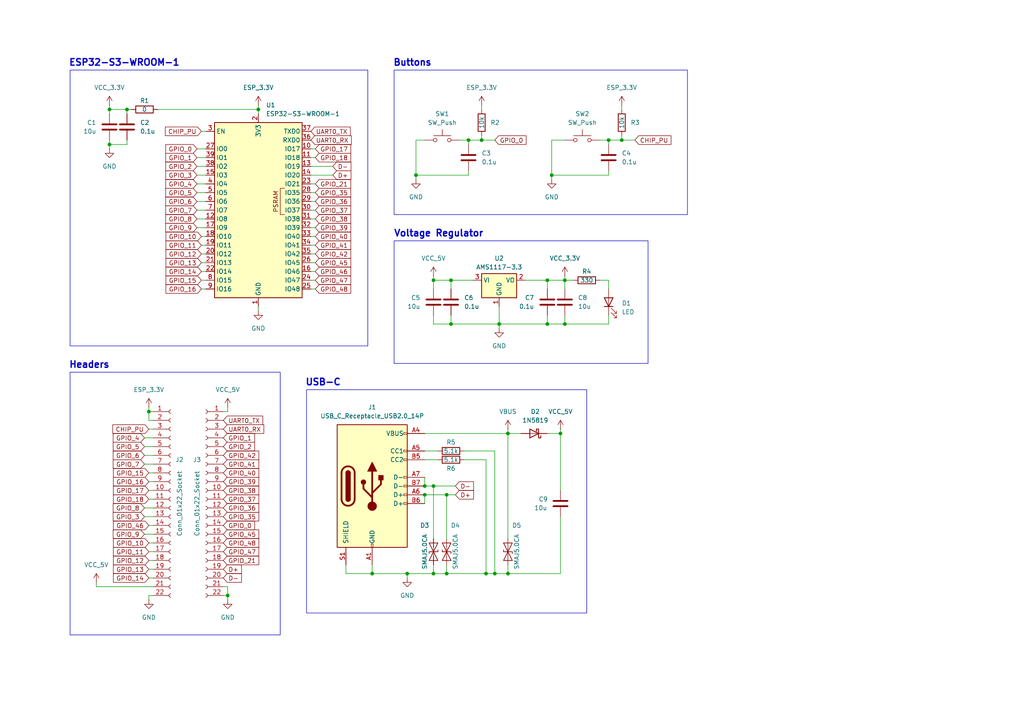
<source format=kicad_sch>
(kicad_sch (version 20231120) (generator "eeschema") (generator_version "8.0")
  (paper "A4")
  (lib_symbols
    (symbol "Connector:Conn_01x22_Socket" (pin_names (offset 1.016) hide)
      (property "Reference" "J" (at 0 27.94 0))
      (property "Value" "Conn_01x22_Socket" (at 0 -30.48 0))
      (symbol "Conn_01x22_Socket_1_1"
        (arc (start 0 -27.432) (mid -0.5058 -27.94) (end 0 -28.448) (stroke (width 0.1524)))
        (arc (start 0 -24.892) (mid -0.5058 -25.4) (end 0 -25.908) (stroke (width 0.1524)))
        (arc (start 0 -22.352) (mid -0.5058 -22.86) (end 0 -23.368) (stroke (width 0.1524)))
        (arc (start 0 -19.812) (mid -0.5058 -20.32) (end 0 -20.828) (stroke (width 0.1524)))
        (arc (start 0 -17.272) (mid -0.5058 -17.78) (end 0 -18.288) (stroke (width 0.1524)))
        (arc (start 0 -14.732) (mid -0.5058 -15.24) (end 0 -15.748) (stroke (width 0.1524)))
        (arc (start 0 -12.192) (mid -0.5058 -12.7) (end 0 -13.208) (stroke (width 0.1524)))
        (arc (start 0 -9.652) (mid -0.5058 -10.16) (end 0 -10.668) (stroke (width 0.1524)))
        (arc (start 0 -7.112) (mid -0.5058 -7.62) (end 0 -8.128) (stroke (width 0.1524)))
        (arc (start 0 -4.572) (mid -0.5058 -5.08) (end 0 -5.588) (stroke (width 0.1524)))
        (arc (start 0 -2.032) (mid -0.5058 -2.54) (end 0 -3.048) (stroke (width 0.1524)))
        (polyline (pts (xy -1.27 -27.94) (xy -0.508 -27.94)) (stroke (width 0.1524)))
        (polyline (pts (xy -1.27 -25.4) (xy -0.508 -25.4)) (stroke (width 0.1524)))
        (polyline (pts (xy -1.27 -22.86) (xy -0.508 -22.86)) (stroke (width 0.1524)))
        (polyline (pts (xy -1.27 -20.32) (xy -0.508 -20.32)) (stroke (width 0.1524)))
        (polyline (pts (xy -1.27 -17.78) (xy -0.508 -17.78)) (stroke (width 0.1524)))
        (polyline (pts (xy -1.27 -15.24) (xy -0.508 -15.24)) (stroke (width 0.1524)))
        (polyline (pts (xy -1.27 -12.7) (xy -0.508 -12.7)) (stroke (width 0.1524)))
        (polyline (pts (xy -1.27 -10.16) (xy -0.508 -10.16)) (stroke (width 0.1524)))
        (polyline (pts (xy -1.27 -7.62) (xy -0.508 -7.62)) (stroke (width 0.1524)))
        (polyline (pts (xy -1.27 -5.08) (xy -0.508 -5.08)) (stroke (width 0.1524)))
        (polyline (pts (xy -1.27 -2.54) (xy -0.508 -2.54)) (stroke (width 0.1524)))
        (polyline (pts (xy -1.27 0) (xy -0.508 0)) (stroke (width 0.1524)))
        (polyline (pts (xy -1.27 2.54) (xy -0.508 2.54)) (stroke (width 0.1524)))
        (polyline (pts (xy -1.27 5.08) (xy -0.508 5.08)) (stroke (width 0.1524)))
        (polyline (pts (xy -1.27 7.62) (xy -0.508 7.62)) (stroke (width 0.1524)))
        (polyline (pts (xy -1.27 10.16) (xy -0.508 10.16)) (stroke (width 0.1524)))
        (polyline (pts (xy -1.27 12.7) (xy -0.508 12.7)) (stroke (width 0.1524)))
        (polyline (pts (xy -1.27 15.24) (xy -0.508 15.24)) (stroke (width 0.1524)))
        (polyline (pts (xy -1.27 17.78) (xy -0.508 17.78)) (stroke (width 0.1524)))
        (polyline (pts (xy -1.27 20.32) (xy -0.508 20.32)) (stroke (width 0.1524)))
        (polyline (pts (xy -1.27 22.86) (xy -0.508 22.86)) (stroke (width 0.1524)))
        (polyline (pts (xy -1.27 25.4) (xy -0.508 25.4)) (stroke (width 0.1524)))
        (arc (start 0 0.508) (mid -0.5058 0) (end 0 -0.508) (stroke (width 0.1524)))
        (arc (start 0 3.048) (mid -0.5058 2.54) (end 0 2.032) (stroke (width 0.1524)))
        (arc (start 0 5.588) (mid -0.5058 5.08) (end 0 4.572) (stroke (width 0.1524)))
        (arc (start 0 8.128) (mid -0.5058 7.62) (end 0 7.112) (stroke (width 0.1524)))
        (arc (start 0 10.668) (mid -0.5058 10.16) (end 0 9.652) (stroke (width 0.1524)))
        (arc (start 0 13.208) (mid -0.5058 12.7) (end 0 12.192) (stroke (width 0.1524)))
        (arc (start 0 15.748) (mid -0.5058 15.24) (end 0 14.732) (stroke (width 0.1524)))
        (arc (start 0 18.288) (mid -0.5058 17.78) (end 0 17.272) (stroke (width 0.1524)))
        (arc (start 0 20.828) (mid -0.5058 20.32) (end 0 19.812) (stroke (width 0.1524)))
        (arc (start 0 23.368) (mid -0.5058 22.86) (end 0 22.352) (stroke (width 0.1524)))
        (arc (start 0 25.908) (mid -0.5058 25.4) (end 0 24.892) (stroke (width 0.1524)))
        (pin passive line (at -5.08 25.4 0) (length 3.81) (name "Pin_1") (number "1"))
        (pin passive line (at -5.08 2.54 0) (length 3.81) (name "Pin_10") (number "10"))
        (pin passive line (at -5.08 0 0) (length 3.81) (name "Pin_11") (number "11"))
        (pin passive line (at -5.08 -2.54 0) (length 3.81) (name "Pin_12") (number "12"))
        (pin passive line (at -5.08 -5.08 0) (length 3.81) (name "Pin_13") (number "13"))
        (pin passive line (at -5.08 -7.62 0) (length 3.81) (name "Pin_14") (number "14"))
        (pin passive line (at -5.08 -10.16 0) (length 3.81) (name "Pin_15") (number "15"))
        (pin passive line (at -5.08 -12.7 0) (length 3.81) (name "Pin_16") (number "16"))
        (pin passive line (at -5.08 -15.24 0) (length 3.81) (name "Pin_17") (number "17"))
        (pin passive line (at -5.08 -17.78 0) (length 3.81) (name "Pin_18") (number "18"))
        (pin passive line (at -5.08 -20.32 0) (length 3.81) (name "Pin_19") (number "19"))
        (pin passive line (at -5.08 22.86 0) (length 3.81) (name "Pin_2") (number "2"))
        (pin passive line (at -5.08 -22.86 0) (length 3.81) (name "Pin_20") (number "20"))
        (pin passive line (at -5.08 -25.4 0) (length 3.81) (name "Pin_21") (number "21"))
        (pin passive line (at -5.08 -27.94 0) (length 3.81) (name "Pin_22") (number "22"))
        (pin passive line (at -5.08 20.32 0) (length 3.81) (name "Pin_3") (number "3"))
        (pin passive line (at -5.08 17.78 0) (length 3.81) (name "Pin_4") (number "4"))
        (pin passive line (at -5.08 15.24 0) (length 3.81) (name "Pin_5") (number "5"))
        (pin passive line (at -5.08 12.7 0) (length 3.81) (name "Pin_6") (number "6"))
        (pin passive line (at -5.08 10.16 0) (length 3.81) (name "Pin_7") (number "7"))
        (pin passive line (at -5.08 7.62 0) (length 3.81) (name "Pin_8") (number "8"))
        (pin passive line (at -5.08 5.08 0) (length 3.81) (name "Pin_9") (number "9"))
      )
    )
    (symbol "Connector:USB_C_Receptacle_USB2.0_14P" (pin_names (offset 1.016))
      (property "Reference" "J" (at 0 22.225 0))
      (property "Value" "USB_C_Receptacle_USB2.0_14P" (at 0 19.685 0))
      (symbol "USB_C_Receptacle_USB2.0_14P_0_0"
        (rectangle (start -0.254 -17.78) (end 0.254 -16.764))
        (rectangle (start 10.16 -4.826) (end 9.144 -5.334))
        (rectangle (start 10.16 -2.286) (end 9.144 -2.794))
        (rectangle (start 10.16 0.254) (end 9.144 -0.254))
        (rectangle (start 10.16 2.794) (end 9.144 2.286))
        (rectangle (start 10.16 7.874) (end 9.144 7.366))
        (rectangle (start 10.16 10.414) (end 9.144 9.906))
        (rectangle (start 10.16 15.494) (end 9.144 14.986))
      )
      (symbol "USB_C_Receptacle_USB2.0_14P_0_1"
        (rectangle (start -10.16 17.78) (end 10.16 -17.78) (stroke (width 0.254)) (fill (type background)))
        (arc (start -8.89 -3.81) (mid -6.985 -5.7067) (end -5.08 -3.81) (stroke (width 0.508)))
        (arc (start -7.62 -3.81) (mid -6.985 -4.4423) (end -6.35 -3.81) (stroke (width 0.254)))
        (arc (start -7.62 -3.81) (mid -6.985 -4.4423) (end -6.35 -3.81) (stroke (width 0.254)) (fill (type outline)))
        (rectangle (start -7.62 -3.81) (end -6.35 3.81) (stroke (width 0.254)) (fill (type outline)))
        (arc (start -6.35 3.81) (mid -6.985 4.4423) (end -7.62 3.81) (stroke (width 0.254)))
        (arc (start -6.35 3.81) (mid -6.985 4.4423) (end -7.62 3.81) (stroke (width 0.254)) (fill (type outline)))
        (arc (start -5.08 3.81) (mid -6.985 5.7067) (end -8.89 3.81) (stroke (width 0.508)))
        (circle (center -2.54 1.143) (radius 0.635) (stroke (width 0.254)) (fill (type outline)))
        (circle (center 0 -5.842) (radius 1.27) (fill (type outline)))
        (polyline (pts (xy -8.89 -3.81) (xy -8.89 3.81)) (stroke (width 0.508)))
        (polyline (pts (xy -5.08 3.81) (xy -5.08 -3.81)) (stroke (width 0.508)))
        (polyline (pts (xy 0 -5.842) (xy 0 4.318)) (stroke (width 0.508)))
        (polyline (pts (xy 0 -3.302) (xy -2.54 -0.762) (xy -2.54 0.508)) (stroke (width 0.508)))
        (polyline (pts (xy 0 -2.032) (xy 2.54 0.508) (xy 2.54 1.778)) (stroke (width 0.508)))
        (polyline (pts (xy -1.27 4.318) (xy 0 6.858) (xy 1.27 4.318) (xy -1.27 4.318)) (stroke (width 0.254)) (fill (type outline)))
        (rectangle (start 1.905 1.778) (end 3.175 3.048) (stroke (width 0.254)) (fill (type outline)))
      )
      (symbol "USB_C_Receptacle_USB2.0_14P_1_1"
        (pin passive line (at 0 -22.86 90) (length 5.08) (name "GND") (number "A1"))
        (pin passive line (at 0 -22.86 90) (length 5.08) hide (name "GND") (number "A12"))
        (pin passive line (at 15.24 15.24 180) (length 5.08) (name "VBUS") (number "A4"))
        (pin bidirectional line (at 15.24 10.16 180) (length 5.08) (name "CC1") (number "A5"))
        (pin bidirectional line (at 15.24 -2.54 180) (length 5.08) (name "D+") (number "A6"))
        (pin bidirectional line (at 15.24 2.54 180) (length 5.08) (name "D-") (number "A7"))
        (pin passive line (at 15.24 15.24 180) (length 5.08) hide (name "VBUS") (number "A9"))
        (pin passive line (at 0 -22.86 90) (length 5.08) hide (name "GND") (number "B1"))
        (pin passive line (at 0 -22.86 90) (length 5.08) hide (name "GND") (number "B12"))
        (pin passive line (at 15.24 15.24 180) (length 5.08) hide (name "VBUS") (number "B4"))
        (pin bidirectional line (at 15.24 7.62 180) (length 5.08) (name "CC2") (number "B5"))
        (pin bidirectional line (at 15.24 -5.08 180) (length 5.08) (name "D+") (number "B6"))
        (pin bidirectional line (at 15.24 0 180) (length 5.08) (name "D-") (number "B7"))
        (pin passive line (at 15.24 15.24 180) (length 5.08) hide (name "VBUS") (number "B9"))
        (pin passive line (at -7.62 -22.86 90) (length 5.08) (name "SHIELD") (number "S1"))
      )
    )
    (symbol "Device:C" (pin_numbers hide) (pin_names (offset 0.254))
      (property "Reference" "C" (at 0.635 2.54 0))
      (property "Value" "C" (at 0.635 -2.54 0))
      (symbol "C_0_1"
        (polyline (pts (xy -2.032 -0.762) (xy 2.032 -0.762)) (stroke (width 0.508)))
        (polyline (pts (xy -2.032 0.762) (xy 2.032 0.762)) (stroke (width 0.508)))
      )
      (symbol "C_1_1"
        (pin passive line (at 0 3.81 270) (length 2.794) (name "~") (number "1"))
        (pin passive line (at 0 -3.81 90) (length 2.794) (name "~") (number "2"))
      )
    )
    (symbol "Device:LED" (pin_numbers hide) (pin_names (offset 1.016) hide)
      (property "Reference" "D" (at 0 2.54 0))
      (property "Value" "LED" (at 0 -2.54 0))
      (symbol "LED_0_1"
        (polyline (pts (xy -1.27 -1.27) (xy -1.27 1.27)) (stroke (width 0.254)))
        (polyline (pts (xy -1.27 0) (xy 1.27 0)))
        (polyline (pts (xy 1.27 -1.27) (xy 1.27 1.27) (xy -1.27 0) (xy 1.27 -1.27)) (stroke (width 0.254)))
        (polyline (pts (xy -3.048 -0.762) (xy -4.572 -2.286) (xy -3.81 -2.286) (xy -4.572 -2.286) (xy -4.572 -1.524)))
        (polyline (pts (xy -1.778 -0.762) (xy -3.302 -2.286) (xy -2.54 -2.286) (xy -3.302 -2.286) (xy -3.302 -1.524)))
      )
      (symbol "LED_1_1"
        (pin passive line (at -3.81 0 0) (length 2.54) (name "K") (number "1"))
        (pin passive line (at 3.81 0 180) (length 2.54) (name "A") (number "2"))
      )
    )
    (symbol "Device:R" (pin_numbers hide) (pin_names (offset 0))
      (property "Reference" "R" (at 2.032 0 90))
      (property "Value" "R" (at 0 0 90))
      (symbol "R_0_1"
        (rectangle (start -1.016 -2.54) (end 1.016 2.54) (stroke (width 0.254)))
      )
      (symbol "R_1_1"
        (pin passive line (at 0 3.81 270) (length 1.27) (name "~") (number "1"))
        (pin passive line (at 0 -3.81 90) (length 1.27) (name "~") (number "2"))
      )
    )
    (symbol "Diode:1N5819" (pin_numbers hide) (pin_names (offset 1.016) hide)
      (property "Reference" "D" (at 0 2.54 0))
      (property "Value" "1N5819" (at 0 -2.54 0))
      (symbol "1N5819_0_1"
        (polyline (pts (xy 1.27 0) (xy -1.27 0)))
        (polyline (pts (xy 1.27 1.27) (xy 1.27 -1.27) (xy -1.27 0) (xy 1.27 1.27)) (stroke (width 0.254)))
        (polyline (pts (xy -1.905 0.635) (xy -1.905 1.27) (xy -1.27 1.27) (xy -1.27 -1.27) (xy -0.635 -1.27) (xy -0.635 -0.635)) (stroke (width 0.254)))
      )
      (symbol "1N5819_1_1"
        (pin passive line (at -3.81 0 0) (length 2.54) (name "K") (number "1"))
        (pin passive line (at 3.81 0 180) (length 2.54) (name "A") (number "2"))
      )
    )
    (symbol "Diode:SMAJ5.0CA" (pin_numbers hide) (pin_names (offset 1.016) hide)
      (property "Reference" "D" (at 0 2.54 0))
      (property "Value" "SMAJ5.0CA" (at 0 -2.54 0))
      (symbol "SMAJ5.0CA_0_1"
        (polyline (pts (xy 1.27 0) (xy -1.27 0)))
        (polyline (pts (xy -2.54 -1.27) (xy 0 0) (xy -2.54 1.27) (xy -2.54 -1.27)) (stroke (width 0.2032)))
        (polyline (pts (xy 0.508 1.27) (xy 0 1.27) (xy 0 -1.27) (xy -0.508 -1.27)) (stroke (width 0.2032)))
        (polyline (pts (xy 2.54 1.27) (xy 2.54 -1.27) (xy 0 0) (xy 2.54 1.27)) (stroke (width 0.2032)))
      )
      (symbol "SMAJ5.0CA_1_1"
        (pin passive line (at -3.81 0 0) (length 2.54) (name "A1") (number "1"))
        (pin passive line (at 3.81 0 180) (length 2.54) (name "A2") (number "2"))
      )
    )
    (symbol "RF_Module:ESP32-S3-WROOM-1"
      (property "Reference" "U" (at -12.7 26.67 0))
      (property "Value" "ESP32-S3-WROOM-1" (at 12.7 26.67 0))
      (symbol "ESP32-S3-WROOM-1_0_0"
        (rectangle (start -12.7 25.4) (end 12.7 -25.4) (stroke (width 0.254)) (fill (type background)))
        (text "PSRAM" (at 5.08 2.54 900) (effects (font (size 1.27 1.27))))
      )
      (symbol "ESP32-S3-WROOM-1_0_1"
        (polyline (pts (xy 7.62 -1.27) (xy 6.35 -1.27) (xy 6.35 6.35) (xy 7.62 6.35)))
      )
      (symbol "ESP32-S3-WROOM-1_1_1"
        (pin power_in line (at 0 -27.94 90) (length 2.54) (name "GND") (number "1"))
        (pin bidirectional line (at 15.24 17.78 180) (length 2.54) (name "IO17") (number "10"))
        (pin bidirectional line (at 15.24 15.24 180) (length 2.54) (name "IO18") (number "11"))
        (pin bidirectional line (at -15.24 -2.54 0) (length 2.54) (name "IO8") (number "12"))
        (pin bidirectional line (at 15.24 12.7 180) (length 2.54) (name "IO19") (number "13"))
        (pin bidirectional line (at 15.24 10.16 180) (length 2.54) (name "IO20") (number "14"))
        (pin bidirectional line (at -15.24 10.16 0) (length 2.54) (name "IO3") (number "15"))
        (pin bidirectional line (at 15.24 -17.78 180) (length 2.54) (name "IO46") (number "16"))
        (pin bidirectional line (at -15.24 -5.08 0) (length 2.54) (name "IO9") (number "17"))
        (pin bidirectional line (at -15.24 -7.62 0) (length 2.54) (name "IO10") (number "18"))
        (pin bidirectional line (at -15.24 -10.16 0) (length 2.54) (name "IO11") (number "19"))
        (pin power_in line (at 0 27.94 270) (length 2.54) (name "3V3") (number "2"))
        (pin bidirectional line (at -15.24 -12.7 0) (length 2.54) (name "IO12") (number "20"))
        (pin bidirectional line (at -15.24 -15.24 0) (length 2.54) (name "IO13") (number "21"))
        (pin bidirectional line (at -15.24 -17.78 0) (length 2.54) (name "IO14") (number "22"))
        (pin bidirectional line (at 15.24 7.62 180) (length 2.54) (name "IO21") (number "23"))
        (pin bidirectional line (at 15.24 -20.32 180) (length 2.54) (name "IO47") (number "24"))
        (pin bidirectional line (at 15.24 -22.86 180) (length 2.54) (name "IO48") (number "25"))
        (pin bidirectional line (at 15.24 -15.24 180) (length 2.54) (name "IO45") (number "26"))
        (pin bidirectional line (at -15.24 17.78 0) (length 2.54) (name "IO0") (number "27"))
        (pin bidirectional line (at 15.24 5.08 180) (length 2.54) (name "IO35") (number "28"))
        (pin bidirectional line (at 15.24 2.54 180) (length 2.54) (name "IO36") (number "29"))
        (pin input line (at -15.24 22.86 0) (length 2.54) (name "EN") (number "3"))
        (pin bidirectional line (at 15.24 0 180) (length 2.54) (name "IO37") (number "30"))
        (pin bidirectional line (at 15.24 -2.54 180) (length 2.54) (name "IO38") (number "31"))
        (pin bidirectional line (at 15.24 -5.08 180) (length 2.54) (name "IO39") (number "32"))
        (pin bidirectional line (at 15.24 -7.62 180) (length 2.54) (name "IO40") (number "33"))
        (pin bidirectional line (at 15.24 -10.16 180) (length 2.54) (name "IO41") (number "34"))
        (pin bidirectional line (at 15.24 -12.7 180) (length 2.54) (name "IO42") (number "35"))
        (pin bidirectional line (at 15.24 20.32 180) (length 2.54) (name "RXD0") (number "36"))
        (pin bidirectional line (at 15.24 22.86 180) (length 2.54) (name "TXD0") (number "37"))
        (pin bidirectional line (at -15.24 12.7 0) (length 2.54) (name "IO2") (number "38"))
        (pin bidirectional line (at -15.24 15.24 0) (length 2.54) (name "IO1") (number "39"))
        (pin bidirectional line (at -15.24 7.62 0) (length 2.54) (name "IO4") (number "4"))
        (pin passive line (at 0 -27.94 90) (length 2.54) hide (name "GND") (number "40"))
        (pin passive line (at 0 -27.94 90) (length 2.54) hide (name "GND") (number "41"))
        (pin bidirectional line (at -15.24 5.08 0) (length 2.54) (name "IO5") (number "5"))
        (pin bidirectional line (at -15.24 2.54 0) (length 2.54) (name "IO6") (number "6"))
        (pin bidirectional line (at -15.24 0 0) (length 2.54) (name "IO7") (number "7"))
        (pin bidirectional line (at -15.24 -20.32 0) (length 2.54) (name "IO15") (number "8"))
        (pin bidirectional line (at -15.24 -22.86 0) (length 2.54) (name "IO16") (number "9"))
      )
    )
    (symbol "Regulator_Linear:AMS1117-3.3"
      (property "Reference" "U" (at -3.81 3.175 0))
      (property "Value" "AMS1117-3.3" (at 0 3.175 0))
      (symbol "AMS1117-3.3_0_1"
        (rectangle (start -5.08 -5.08) (end 5.08 1.905) (stroke (width 0.254)) (fill (type background)))
      )
      (symbol "AMS1117-3.3_1_1"
        (pin power_in line (at 0 -7.62 90) (length 2.54) (name "GND") (number "1"))
        (pin power_out line (at 7.62 0 180) (length 2.54) (name "VO") (number "2"))
        (pin power_in line (at -7.62 0 0) (length 2.54) (name "VI") (number "3"))
      )
    )
    (symbol "Switch:SW_Push" (pin_numbers hide) (pin_names (offset 1.016) hide)
      (property "Reference" "SW" (at 1.27 2.54 0))
      (property "Value" "SW_Push" (at 0 -1.524 0))
      (symbol "SW_Push_0_1"
        (circle (center -2.032 0) (radius 0.508))
        (polyline (pts (xy 0 1.27) (xy 0 3.048)))
        (polyline (pts (xy 2.54 1.27) (xy -2.54 1.27)))
        (circle (center 2.032 0) (radius 0.508))
        (pin passive line (at -5.08 0 0) (length 2.54) (name "1") (number "1"))
        (pin passive line (at 5.08 0 180) (length 2.54) (name "2") (number "2"))
      )
    )
    (symbol "power:+3.3V" (power) (pin_numbers hide) (pin_names (offset 0) hide)
      (property "Value" "+3.3V" (at 0 3.556 0))
      (symbol "+3.3V_0_1"
        (polyline (pts (xy -0.762 1.27) (xy 0 2.54)))
        (polyline (pts (xy 0 0) (xy 0 2.54)))
        (polyline (pts (xy 0 2.54) (xy 0.762 1.27)))
      )
      (symbol "+3.3V_1_1"
        (pin power_in line (at 0 0 90) (length 0) (name "~") (number "1"))
      )
    )
    (symbol "power:+5V" (power) (pin_numbers hide) (pin_names (offset 0) hide)
      (property "Value" "+5V" (at 0 3.556 0))
      (symbol "+5V_0_1"
        (polyline (pts (xy -0.762 1.27) (xy 0 2.54)))
        (polyline (pts (xy 0 0) (xy 0 2.54)))
        (polyline (pts (xy 0 2.54) (xy 0.762 1.27)))
      )
      (symbol "+5V_1_1"
        (pin power_in line (at 0 0 90) (length 0) (name "~") (number "1"))
      )
    )
    (symbol "power:GND" (power) (pin_numbers hide) (pin_names (offset 0) hide)
      (property "Value" "GND" (at 0 -3.81 0))
      (symbol "GND_0_1"
        (polyline (pts (xy 0 0) (xy 0 -1.27) (xy 1.27 -1.27) (xy 0 -2.54) (xy -1.27 -1.27) (xy 0 -1.27)))
      )
      (symbol "GND_1_1"
        (pin power_in line (at 0 0 270) (length 0) (name "~") (number "1"))
      )
    )
    (symbol "power:VBUS" (power) (pin_numbers hide) (pin_names (offset 0) hide)
      (property "Value" "VBUS" (at 0 3.556 0))
      (symbol "VBUS_0_1"
        (polyline (pts (xy -0.762 1.27) (xy 0 2.54)))
        (polyline (pts (xy 0 0) (xy 0 2.54)))
        (polyline (pts (xy 0 2.54) (xy 0.762 1.27)))
      )
      (symbol "VBUS_1_1"
        (pin power_in line (at 0 0 90) (length 0) (name "~") (number "1"))
      )
    )
  )
  (junction (at 144.78 93.98))
  (junction (at 147.32 125.73))
  (junction (at 162.56 125.73))
  (junction (at 158.75 81.28))
  (junction (at 31.75 31.75))
  (junction (at 66.04 172.72))
  (junction (at 125.73 140.97))
  (junction (at 31.75 41.91))
  (junction (at 129.54 166.37))
  (junction (at 140.97 166.37))
  (junction (at 125.73 81.28))
  (junction (at 147.32 166.37))
  (junction (at 118.11 166.37))
  (junction (at 129.54 143.51))
  (junction (at 180.34 40.64))
  (junction (at 143.51 166.37))
  (junction (at 43.18 119.38))
  (junction (at 135.89 40.64))
  (junction (at 123.19 140.97))
  (junction (at 158.75 93.98))
  (junction (at 74.93 31.75))
  (junction (at 130.81 93.98))
  (junction (at 160.02 50.8))
  (junction (at 176.53 40.64))
  (junction (at 163.83 81.28))
  (junction (at 120.65 50.8))
  (junction (at 130.81 81.28))
  (junction (at 36.83 31.75))
  (junction (at 139.7 40.64))
  (junction (at 107.95 166.37))
  (junction (at 123.19 143.51))
  (junction (at 125.73 166.37))
  (junction (at 163.83 93.98))
  (wire (pts (xy 91.44 78.74) (xy 90.17 78.74)))
  (wire (pts (xy 125.73 91.44) (xy 125.73 93.98)))
  (wire (pts (xy 38.1 31.75) (xy 36.83 31.75)))
  (wire (pts (xy 57.15 43.18) (xy 59.69 43.18)))
  (wire (pts (xy 173.99 40.64) (xy 176.53 40.64)))
  (wire (pts (xy 135.89 40.64) (xy 139.7 40.64)))
  (wire (pts (xy 57.15 58.42) (xy 59.69 58.42)))
  (wire (pts (xy 45.72 31.75) (xy 74.93 31.75)))
  (wire (pts (xy 120.65 50.8) (xy 120.65 52.07)))
  (wire (pts (xy 140.97 166.37) (xy 143.51 166.37)))
  (wire (pts (xy 139.7 39.37) (xy 139.7 40.64)))
  (wire (pts (xy 43.18 124.46) (xy 44.45 124.46)))
  (wire (pts (xy 140.97 133.35) (xy 140.97 166.37)))
  (wire (pts (xy 43.18 121.92) (xy 43.18 119.38)))
  (wire (pts (xy 44.45 172.72) (xy 43.18 172.72)))
  (wire (pts (xy 64.77 119.38) (xy 66.04 119.38)))
  (wire (pts (xy 57.15 60.96) (xy 59.69 60.96)))
  (wire (pts (xy 43.18 142.24) (xy 44.45 142.24)))
  (wire (pts (xy 162.56 124.46) (xy 162.56 125.73)))
  (wire (pts (xy 120.65 50.8) (xy 135.89 50.8)))
  (wire (pts (xy 176.53 40.64) (xy 176.53 41.91)))
  (wire (pts (xy 57.15 63.5) (xy 59.69 63.5)))
  (wire (pts (xy 43.18 139.7) (xy 44.45 139.7)))
  (wire (pts (xy 163.83 81.28) (xy 158.75 81.28)))
  (wire (pts (xy 64.77 172.72) (xy 66.04 172.72)))
  (wire (pts (xy 130.81 81.28) (xy 137.16 81.28)))
  (wire (pts (xy 130.81 93.98) (xy 144.78 93.98)))
  (wire (pts (xy 31.75 30.48) (xy 31.75 31.75)))
  (wire (pts (xy 129.54 143.51) (xy 129.54 156.21)))
  (wire (pts (xy 58.42 76.2) (xy 59.69 76.2)))
  (wire (pts (xy 123.19 125.73) (xy 147.32 125.73)))
  (wire (pts (xy 147.32 125.73) (xy 147.32 156.21)))
  (wire (pts (xy 125.73 83.82) (xy 125.73 81.28)))
  (wire (pts (xy 91.44 55.88) (xy 90.17 55.88)))
  (wire (pts (xy 91.44 71.12) (xy 90.17 71.12)))
  (wire (pts (xy 144.78 88.9) (xy 144.78 93.98)))
  (wire (pts (xy 123.19 146.05) (xy 123.19 143.51)))
  (wire (pts (xy 144.78 93.98) (xy 144.78 95.25)))
  (wire (pts (xy 176.53 81.28) (xy 173.99 81.28)))
  (wire (pts (xy 133.35 40.64) (xy 135.89 40.64)))
  (wire (pts (xy 123.19 140.97) (xy 125.73 140.97)))
  (wire (pts (xy 43.18 157.48) (xy 44.45 157.48)))
  (wire (pts (xy 41.91 149.86) (xy 44.45 149.86)))
  (wire (pts (xy 90.17 48.26) (xy 96.52 48.26)))
  (wire (pts (xy 125.73 140.97) (xy 132.08 140.97)))
  (wire (pts (xy 43.18 137.16) (xy 44.45 137.16)))
  (wire (pts (xy 91.44 73.66) (xy 90.17 73.66)))
  (wire (pts (xy 125.73 81.28) (xy 130.81 81.28)))
  (wire (pts (xy 57.15 53.34) (xy 59.69 53.34)))
  (wire (pts (xy 57.15 66.04) (xy 59.69 66.04)))
  (wire (pts (xy 176.53 50.8) (xy 160.02 50.8)))
  (wire (pts (xy 58.42 68.58) (xy 59.69 68.58)))
  (wire (pts (xy 43.18 119.38) (xy 43.18 118.11)))
  (wire (pts (xy 176.53 40.64) (xy 180.34 40.64)))
  (wire (pts (xy 123.19 138.43) (xy 123.19 140.97)))
  (wire (pts (xy 58.42 73.66) (xy 59.69 73.66)))
  (wire (pts (xy 66.04 172.72) (xy 66.04 173.99)))
  (wire (pts (xy 123.19 40.64) (xy 120.65 40.64)))
  (wire (pts (xy 41.91 154.94) (xy 44.45 154.94)))
  (wire (pts (xy 143.51 166.37) (xy 147.32 166.37)))
  (wire (pts (xy 41.91 134.62) (xy 44.45 134.62)))
  (wire (pts (xy 57.15 55.88) (xy 59.69 55.88)))
  (wire (pts (xy 129.54 166.37) (xy 129.54 163.83)))
  (wire (pts (xy 123.19 143.51) (xy 129.54 143.51)))
  (wire (pts (xy 147.32 125.73) (xy 151.13 125.73)))
  (wire (pts (xy 123.19 130.81) (xy 127 130.81)))
  (wire (pts (xy 100.33 163.83) (xy 100.33 166.37)))
  (wire (pts (xy 180.34 40.64) (xy 184.15 40.64)))
  (wire (pts (xy 125.73 166.37) (xy 129.54 166.37)))
  (wire (pts (xy 64.77 170.18) (xy 66.04 170.18)))
  (wire (pts (xy 31.75 33.02) (xy 31.75 31.75)))
  (wire (pts (xy 27.94 168.91) (xy 27.94 170.18)))
  (wire (pts (xy 31.75 31.75) (xy 36.83 31.75)))
  (wire (pts (xy 180.34 30.48) (xy 180.34 31.75)))
  (wire (pts (xy 43.18 119.38) (xy 44.45 119.38)))
  (wire (pts (xy 91.44 45.72) (xy 90.17 45.72)))
  (wire (pts (xy 91.44 43.18) (xy 90.17 43.18)))
  (wire (pts (xy 158.75 91.44) (xy 158.75 93.98)))
  (wire (pts (xy 43.18 172.72) (xy 43.18 173.99)))
  (wire (pts (xy 58.42 83.82) (xy 59.69 83.82)))
  (wire (pts (xy 43.18 144.78) (xy 44.45 144.78)))
  (wire (pts (xy 118.11 166.37) (xy 118.11 167.64)))
  (wire (pts (xy 91.44 68.58) (xy 90.17 68.58)))
  (wire (pts (xy 125.73 163.83) (xy 125.73 166.37)))
  (wire (pts (xy 152.4 81.28) (xy 158.75 81.28)))
  (wire (pts (xy 41.91 147.32) (xy 44.45 147.32)))
  (wire (pts (xy 123.19 133.35) (xy 127 133.35)))
  (wire (pts (xy 74.93 90.17) (xy 74.93 88.9)))
  (wire (pts (xy 91.44 83.82) (xy 90.17 83.82)))
  (wire (pts (xy 91.44 58.42) (xy 90.17 58.42)))
  (wire (pts (xy 158.75 93.98) (xy 144.78 93.98)))
  (wire (pts (xy 129.54 166.37) (xy 140.97 166.37)))
  (wire (pts (xy 139.7 40.64) (xy 143.51 40.64)))
  (wire (pts (xy 147.32 166.37) (xy 162.56 166.37)))
  (wire (pts (xy 107.95 166.37) (xy 107.95 163.83)))
  (wire (pts (xy 91.44 76.2) (xy 90.17 76.2)))
  (wire (pts (xy 57.15 45.72) (xy 59.69 45.72)))
  (wire (pts (xy 41.91 129.54) (xy 44.45 129.54)))
  (wire (pts (xy 90.17 50.8) (xy 96.52 50.8)))
  (wire (pts (xy 176.53 93.98) (xy 163.83 93.98)))
  (wire (pts (xy 163.83 81.28) (xy 163.83 83.82)))
  (wire (pts (xy 100.33 166.37) (xy 107.95 166.37)))
  (wire (pts (xy 58.42 81.28) (xy 59.69 81.28)))
  (wire (pts (xy 130.81 91.44) (xy 130.81 93.98)))
  (wire (pts (xy 58.42 38.1) (xy 59.69 38.1)))
  (wire (pts (xy 74.93 31.75) (xy 74.93 33.02)))
  (wire (pts (xy 57.15 50.8) (xy 59.69 50.8)))
  (wire (pts (xy 118.11 166.37) (xy 125.73 166.37)))
  (wire (pts (xy 27.94 170.18) (xy 44.45 170.18)))
  (wire (pts (xy 91.44 81.28) (xy 90.17 81.28)))
  (wire (pts (xy 163.83 81.28) (xy 166.37 81.28)))
  (wire (pts (xy 162.56 125.73) (xy 162.56 142.24)))
  (wire (pts (xy 158.75 125.73) (xy 162.56 125.73)))
  (wire (pts (xy 160.02 50.8) (xy 160.02 52.07)))
  (wire (pts (xy 176.53 91.44) (xy 176.53 93.98)))
  (wire (pts (xy 180.34 39.37) (xy 180.34 40.64)))
  (wire (pts (xy 57.15 48.26) (xy 59.69 48.26)))
  (wire (pts (xy 135.89 40.64) (xy 135.89 41.91)))
  (wire (pts (xy 91.44 53.34) (xy 90.17 53.34)))
  (wire (pts (xy 125.73 80.01) (xy 125.73 81.28)))
  (wire (pts (xy 66.04 119.38) (xy 66.04 118.11)))
  (wire (pts (xy 139.7 30.48) (xy 139.7 31.75)))
  (wire (pts (xy 135.89 49.53) (xy 135.89 50.8)))
  (wire (pts (xy 41.91 127) (xy 44.45 127)))
  (wire (pts (xy 44.45 121.92) (xy 43.18 121.92)))
  (wire (pts (xy 147.32 124.46) (xy 147.32 125.73)))
  (wire (pts (xy 163.83 40.64) (xy 160.02 40.64)))
  (wire (pts (xy 176.53 83.82) (xy 176.53 81.28)))
  (wire (pts (xy 74.93 30.48) (xy 74.93 31.75)))
  (wire (pts (xy 147.32 163.83) (xy 147.32 166.37)))
  (wire (pts (xy 43.18 152.4) (xy 44.45 152.4)))
  (wire (pts (xy 120.65 40.64) (xy 120.65 50.8)))
  (wire (pts (xy 31.75 41.91) (xy 31.75 40.64)))
  (wire (pts (xy 163.83 91.44) (xy 163.83 93.98)))
  (wire (pts (xy 43.18 165.1) (xy 44.45 165.1)))
  (wire (pts (xy 41.91 132.08) (xy 44.45 132.08)))
  (wire (pts (xy 31.75 41.91) (xy 31.75 43.18)))
  (wire (pts (xy 125.73 93.98) (xy 130.81 93.98)))
  (wire (pts (xy 58.42 78.74) (xy 59.69 78.74)))
  (wire (pts (xy 163.83 93.98) (xy 158.75 93.98)))
  (wire (pts (xy 130.81 81.28) (xy 130.81 83.82)))
  (wire (pts (xy 43.18 160.02) (xy 44.45 160.02)))
  (wire (pts (xy 36.83 41.91) (xy 31.75 41.91)))
  (wire (pts (xy 160.02 40.64) (xy 160.02 50.8)))
  (wire (pts (xy 36.83 31.75) (xy 36.83 33.02)))
  (wire (pts (xy 176.53 49.53) (xy 176.53 50.8)))
  (wire (pts (xy 91.44 63.5) (xy 90.17 63.5)))
  (wire (pts (xy 91.44 60.96) (xy 90.17 60.96)))
  (wire (pts (xy 143.51 130.81) (xy 134.62 130.81)))
  (wire (pts (xy 129.54 143.51) (xy 132.08 143.51)))
  (wire (pts (xy 162.56 149.86) (xy 162.56 166.37)))
  (wire (pts (xy 143.51 130.81) (xy 143.51 166.37)))
  (wire (pts (xy 91.44 66.04) (xy 90.17 66.04)))
  (wire (pts (xy 43.18 162.56) (xy 44.45 162.56)))
  (wire (pts (xy 134.62 133.35) (xy 140.97 133.35)))
  (wire (pts (xy 43.18 167.64) (xy 44.45 167.64)))
  (wire (pts (xy 36.83 40.64) (xy 36.83 41.91)))
  (wire (pts (xy 163.83 80.01) (xy 163.83 81.28)))
  (wire (pts (xy 107.95 166.37) (xy 118.11 166.37)))
  (wire (pts (xy 125.73 140.97) (xy 125.73 156.21)))
  (wire (pts (xy 58.42 71.12) (xy 59.69 71.12)))
  (wire (pts (xy 158.75 81.28) (xy 158.75 83.82)))
  (wire (pts (xy 66.04 170.18) (xy 66.04 172.72)))
  (rectangle (start 88.9 113.03) (end 170.18 177.8))
  (rectangle (start 20.32 20.32) (end 106.68 100.33))
  (rectangle (start 20.32 107.95) (end 81.28 184.15))
  (rectangle (start 114.3 20.32) (end 199.39 62.23))
  (rectangle (start 114.3 69.85) (end 187.96 105.41))
  (text "USB-C" (at 93.726 110.998 0) (effects (font (size 1.905 1.905) (thickness 0.381) (bold yes))))
  (text "Buttons" (at 119.634 18.288 0) (effects (font (size 1.905 1.905) (thickness 0.381) (bold yes))))
  (text "Headers" (at 25.908 105.918 0) (effects (font (size 1.905 1.905) (thickness 0.381) (bold yes))))
  (text "ESP32-S3-WROOM-1" (at 36.068 18.288 0) (effects (font (size 1.905 1.905) (thickness 0.381) (bold yes))))
  (text "Voltage Regulator" (at 127.254 67.818 0) (effects (font (size 1.905 1.905) (thickness 0.381) (bold yes))))
  (global_label "GPIO_11" (shape input) (at 58.42 71.12 180) (property "Intersheetrefs" "${INTERSHEET_REFS}" (effects (hide yes))))
  (global_label "GPIO_37" (shape input) (at 64.77 144.78 0) (property "Intersheetrefs" "${INTERSHEET_REFS}" (effects (hide yes))))
  (global_label "GPIO_37" (shape input) (at 91.44 60.96 0) (property "Intersheetrefs" "${INTERSHEET_REFS}" (effects (hide yes))))
  (global_label "D+" (shape input) (at 96.52 50.8 0) (property "Intersheetrefs" "${INTERSHEET_REFS}" (effects (hide yes))))
  (global_label "GPIO_48" (shape input) (at 91.44 83.82 0) (property "Intersheetrefs" "${INTERSHEET_REFS}" (effects (hide yes))))
  (global_label "GPIO_41" (shape input) (at 64.77 134.62 0) (property "Intersheetrefs" "${INTERSHEET_REFS}" (effects (hide yes))))
  (global_label "GPIO_17" (shape input) (at 91.44 43.18 0) (property "Intersheetrefs" "${INTERSHEET_REFS}" (effects (hide yes))))
  (global_label "GPIO_14" (shape input) (at 43.18 167.64 180) (property "Intersheetrefs" "${INTERSHEET_REFS}" (effects (hide yes))))
  (global_label "CHIP_PU" (shape input) (at 58.42 38.1 180) (property "Intersheetrefs" "${INTERSHEET_REFS}" (effects (hide yes))))
  (global_label "GPIO_42" (shape input) (at 64.77 132.08 0) (property "Intersheetrefs" "${INTERSHEET_REFS}" (effects (hide yes))))
  (global_label "GPIO_8" (shape input) (at 57.15 63.5 180) (property "Intersheetrefs" "${INTERSHEET_REFS}" (effects (hide yes))))
  (global_label "GPIO_2" (shape input) (at 64.77 129.54 0) (property "Intersheetrefs" "${INTERSHEET_REFS}" (effects (hide yes))))
  (global_label "GPIO_0" (shape input) (at 64.77 152.4 0) (property "Intersheetrefs" "${INTERSHEET_REFS}" (effects (hide yes))))
  (global_label "GPIO_6" (shape input) (at 41.91 132.08 180) (property "Intersheetrefs" "${INTERSHEET_REFS}" (effects (hide yes))))
  (global_label "D-" (shape input) (at 64.77 167.64 0) (property "Intersheetrefs" "${INTERSHEET_REFS}" (effects (hide yes))))
  (global_label "GPIO_16" (shape input) (at 58.42 83.82 180) (property "Intersheetrefs" "${INTERSHEET_REFS}" (effects (hide yes))))
  (global_label "GPIO_47" (shape input) (at 91.44 81.28 0) (property "Intersheetrefs" "${INTERSHEET_REFS}" (effects (hide yes))))
  (global_label "GPIO_11" (shape input) (at 43.18 160.02 180) (property "Intersheetrefs" "${INTERSHEET_REFS}" (effects (hide yes))))
  (global_label "GPIO_3" (shape input) (at 41.91 149.86 180) (property "Intersheetrefs" "${INTERSHEET_REFS}" (effects (hide yes))))
  (global_label "GPIO_36" (shape input) (at 91.44 58.42 0) (property "Intersheetrefs" "${INTERSHEET_REFS}" (effects (hide yes))))
  (global_label "GPIO_46" (shape input) (at 43.18 152.4 180) (property "Intersheetrefs" "${INTERSHEET_REFS}" (effects (hide yes))))
  (global_label "GPIO_7" (shape input) (at 41.91 134.62 180) (property "Intersheetrefs" "${INTERSHEET_REFS}" (effects (hide yes))))
  (global_label "CHIP_PU" (shape input) (at 184.15 40.64 0) (property "Intersheetrefs" "${INTERSHEET_REFS}" (effects (hide yes))))
  (global_label "UART0_TX" (shape input) (at 64.77 121.92 0) (property "Intersheetrefs" "${INTERSHEET_REFS}" (effects (hide yes))))
  (global_label "D-" (shape input) (at 132.08 140.97 0) (property "Intersheetrefs" "${INTERSHEET_REFS}" (effects (hide yes))))
  (global_label "GPIO_9" (shape input) (at 57.15 66.04 180) (property "Intersheetrefs" "${INTERSHEET_REFS}" (effects (hide yes))))
  (global_label "GPIO_12" (shape input) (at 58.42 73.66 180) (property "Intersheetrefs" "${INTERSHEET_REFS}" (effects (hide yes))))
  (global_label "GPIO_17" (shape input) (at 43.18 142.24 180) (property "Intersheetrefs" "${INTERSHEET_REFS}" (effects (hide yes))))
  (global_label "GPIO_18" (shape input) (at 91.44 45.72 0) (property "Intersheetrefs" "${INTERSHEET_REFS}" (effects (hide yes))))
  (global_label "GPIO_39" (shape input) (at 64.77 139.7 0) (property "Intersheetrefs" "${INTERSHEET_REFS}" (effects (hide yes))))
  (global_label "GPIO_16" (shape input) (at 43.18 139.7 180) (property "Intersheetrefs" "${INTERSHEET_REFS}" (effects (hide yes))))
  (global_label "GPIO_13" (shape input) (at 58.42 76.2 180) (property "Intersheetrefs" "${INTERSHEET_REFS}" (effects (hide yes))))
  (global_label "GPIO_35" (shape input) (at 91.44 55.88 0) (property "Intersheetrefs" "${INTERSHEET_REFS}" (effects (hide yes))))
  (global_label "GPIO_47" (shape input) (at 64.77 160.02 0) (property "Intersheetrefs" "${INTERSHEET_REFS}" (effects (hide yes))))
  (global_label "GPIO_46" (shape input) (at 91.44 78.74 0) (property "Intersheetrefs" "${INTERSHEET_REFS}" (effects (hide yes))))
  (global_label "GPIO_7" (shape input) (at 57.15 60.96 180) (property "Intersheetrefs" "${INTERSHEET_REFS}" (effects (hide yes))))
  (global_label "D+" (shape input) (at 64.77 165.1 0) (property "Intersheetrefs" "${INTERSHEET_REFS}" (effects (hide yes))))
  (global_label "GPIO_5" (shape input) (at 41.91 129.54 180) (property "Intersheetrefs" "${INTERSHEET_REFS}" (effects (hide yes))))
  (global_label "GPIO_35" (shape input) (at 64.77 149.86 0) (property "Intersheetrefs" "${INTERSHEET_REFS}" (effects (hide yes))))
  (global_label "GPIO_3" (shape input) (at 57.15 50.8 180) (property "Intersheetrefs" "${INTERSHEET_REFS}" (effects (hide yes))))
  (global_label "GPIO_10" (shape input) (at 58.42 68.58 180) (property "Intersheetrefs" "${INTERSHEET_REFS}" (effects (hide yes))))
  (global_label "GPIO_48" (shape input) (at 64.77 157.48 0) (property "Intersheetrefs" "${INTERSHEET_REFS}" (effects (hide yes))))
  (global_label "GPIO_5" (shape input) (at 57.15 55.88 180) (property "Intersheetrefs" "${INTERSHEET_REFS}" (effects (hide yes))))
  (global_label "GPIO_0" (shape input) (at 57.15 43.18 180) (property "Intersheetrefs" "${INTERSHEET_REFS}" (effects (hide yes))))
  (global_label "GPIO_21" (shape input) (at 64.77 162.56 0) (property "Intersheetrefs" "${INTERSHEET_REFS}" (effects (hide yes))))
  (global_label "GPIO_36" (shape input) (at 64.77 147.32 0) (property "Intersheetrefs" "${INTERSHEET_REFS}" (effects (hide yes))))
  (global_label "GPIO_21" (shape input) (at 91.44 53.34 0) (property "Intersheetrefs" "${INTERSHEET_REFS}" (effects (hide yes))))
  (global_label "UART0_TX" (shape input) (at 90.17 38.1 0) (property "Intersheetrefs" "${INTERSHEET_REFS}" (effects (hide yes))))
  (global_label "UART0_RX" (shape input) (at 90.17 40.64 0) (property "Intersheetrefs" "${INTERSHEET_REFS}" (effects (hide yes))))
  (global_label "GPIO_0" (shape input) (at 143.51 40.64 0) (property "Intersheetrefs" "${INTERSHEET_REFS}" (effects (hide yes))))
  (global_label "GPIO_38" (shape input) (at 91.44 63.5 0) (property "Intersheetrefs" "${INTERSHEET_REFS}" (effects (hide yes))))
  (global_label "GPIO_39" (shape input) (at 91.44 66.04 0) (property "Intersheetrefs" "${INTERSHEET_REFS}" (effects (hide yes))))
  (global_label "GPIO_15" (shape input) (at 58.42 81.28 180) (property "Intersheetrefs" "${INTERSHEET_REFS}" (effects (hide yes))))
  (global_label "GPIO_2" (shape input) (at 57.15 48.26 180) (property "Intersheetrefs" "${INTERSHEET_REFS}" (effects (hide yes))))
  (global_label "GPIO_9" (shape input) (at 41.91 154.94 180) (property "Intersheetrefs" "${INTERSHEET_REFS}" (effects (hide yes))))
  (global_label "CHIP_PU" (shape input) (at 43.18 124.46 180) (property "Intersheetrefs" "${INTERSHEET_REFS}" (effects (hide yes))))
  (global_label "GPIO_45" (shape input) (at 91.44 76.2 0) (property "Intersheetrefs" "${INTERSHEET_REFS}" (effects (hide yes))))
  (global_label "GPIO_1" (shape input) (at 64.77 127 0) (property "Intersheetrefs" "${INTERSHEET_REFS}" (effects (hide yes))))
  (global_label "GPIO_12" (shape input) (at 43.18 162.56 180) (property "Intersheetrefs" "${INTERSHEET_REFS}" (effects (hide yes))))
  (global_label "GPIO_6" (shape input) (at 57.15 58.42 180) (property "Intersheetrefs" "${INTERSHEET_REFS}" (effects (hide yes))))
  (global_label "GPIO_13" (shape input) (at 43.18 165.1 180) (property "Intersheetrefs" "${INTERSHEET_REFS}" (effects (hide yes))))
  (global_label "GPIO_4" (shape input) (at 41.91 127 180) (property "Intersheetrefs" "${INTERSHEET_REFS}" (effects (hide yes))))
  (global_label "UART0_RX" (shape input) (at 64.77 124.46 0) (property "Intersheetrefs" "${INTERSHEET_REFS}" (effects (hide yes))))
  (global_label "GPIO_18" (shape input) (at 43.18 144.78 180) (property "Intersheetrefs" "${INTERSHEET_REFS}" (effects (hide yes))))
  (global_label "GPIO_38" (shape input) (at 64.77 142.24 0) (property "Intersheetrefs" "${INTERSHEET_REFS}" (effects (hide yes))))
  (global_label "D+" (shape input) (at 132.08 143.51 0) (property "Intersheetrefs" "${INTERSHEET_REFS}" (effects (hide yes))))
  (global_label "GPIO_41" (shape input) (at 91.44 71.12 0) (property "Intersheetrefs" "${INTERSHEET_REFS}" (effects (hide yes))))
  (global_label "GPIO_42" (shape input) (at 91.44 73.66 0) (property "Intersheetrefs" "${INTERSHEET_REFS}" (effects (hide yes))))
  (global_label "D-" (shape input) (at 96.52 48.26 0) (property "Intersheetrefs" "${INTERSHEET_REFS}" (effects (hide yes))))
  (global_label "GPIO_40" (shape input) (at 91.44 68.58 0) (property "Intersheetrefs" "${INTERSHEET_REFS}" (effects (hide yes))))
  (global_label "GPIO_8" (shape input) (at 41.91 147.32 180) (property "Intersheetrefs" "${INTERSHEET_REFS}" (effects (hide yes))))
  (global_label "GPIO_1" (shape input) (at 57.15 45.72 180) (property "Intersheetrefs" "${INTERSHEET_REFS}" (effects (hide yes))))
  (global_label "GPIO_15" (shape input) (at 43.18 137.16 180) (property "Intersheetrefs" "${INTERSHEET_REFS}" (effects (hide yes))))
  (global_label "GPIO_4" (shape input) (at 57.15 53.34 180) (property "Intersheetrefs" "${INTERSHEET_REFS}" (effects (hide yes))))
  (global_label "GPIO_14" (shape input) (at 58.42 78.74 180) (property "Intersheetrefs" "${INTERSHEET_REFS}" (effects (hide yes))))
  (global_label "GPIO_10" (shape input) (at 43.18 157.48 180) (property "Intersheetrefs" "${INTERSHEET_REFS}" (effects (hide yes))))
  (global_label "GPIO_40" (shape input) (at 64.77 137.16 0) (property "Intersheetrefs" "${INTERSHEET_REFS}" (effects (hide yes))))
  (global_label "GPIO_45" (shape input) (at 64.77 154.94 0) (property "Intersheetrefs" "${INTERSHEET_REFS}" (effects (hide yes))))
  (symbol (lib_id "Device:C") (at 158.75 87.63 0) (mirror y) (unit 1)
    (property "Reference" "C7" (at 154.94 86.3599 0) (effects (justify left)))
    (property "Value" "0.1u" (at 154.94 88.8999 0) (effects (justify left)))
    (property "Footprint" "Capacitor_SMD:C_0603_1608Metric_Pad1.08x0.95mm_HandSolder" (effects (hide yes)))
    (property "Description" "Unpolarized capacitor" (effects (hide yes)))
  )
  (symbol (lib_id "Device:C") (at 31.75 36.83 0) (unit 1)
    (property "Reference" "C1" (at 27.94 35.5599 0) (effects (justify right)))
    (property "Value" "10u" (at 27.94 38.0999 0) (effects (justify right)))
    (property "Footprint" "Capacitor_SMD:C_0603_1608Metric_Pad1.08x0.95mm_HandSolder" (effects (hide yes)))
    (property "Description" "Unpolarized capacitor" (effects (hide yes)))
  )
  (symbol (lib_id "Regulator_Linear:AMS1117-3.3") (at 144.78 81.28 0) (unit 1)
    (property "Reference" "U2" (at 144.78 74.93 0))
    (property "Value" "AMS1117-3.3" (at 144.78 77.47 0))
    (property "Footprint" "Package_TO_SOT_SMD:SOT-223-3_TabPin2" (effects (hide yes)))
    (property "Datasheet" "http://www.advanced-monolithic.com/pdf/ds1117.pdf" (effects (hide yes)))
    (property "Description" "1A Low Dropout regulator, positive, 3.3V fixed output, SOT-223" (effects (hide yes)))
  )
  (symbol (lib_id "power:GND") (at 66.04 173.99 0) (unit 1)
    (property "Reference" "#PWR018" (effects (hide yes)))
    (property "Value" "GND" (at 66.04 179.07 0))
    (property "Description" "Power symbol creates a global label with name \"GND\" , ground" (effects (hide yes)))
  )
  (symbol (lib_id "Device:C") (at 135.89 45.72 0) (unit 1)
    (property "Reference" "C3" (at 139.7 44.4499 0) (effects (justify left)))
    (property "Value" "0.1u" (at 139.7 46.9899 0) (effects (justify left)))
    (property "Footprint" "Capacitor_SMD:C_0603_1608Metric_Pad1.08x0.95mm_HandSolder" (effects (hide yes)))
    (property "Description" "Unpolarized capacitor" (effects (hide yes)))
  )
  (symbol (lib_id "Connector:USB_C_Receptacle_USB2.0_14P") (at 107.95 140.97 0) (unit 1)
    (property "Reference" "J1" (at 107.95 118.11 0))
    (property "Value" "USB_C_Receptacle_USB2.0_14P" (at 107.95 120.65 0))
    (property "Footprint" "Connector_USB:USB_C_Receptacle_GCT_USB4125-xx-x_6P_TopMnt_Horizontal" (effects (hide yes)))
    (property "Datasheet" "https://www.usb.org/sites/default/files/documents/usb_type-c.zip" (effects (hide yes)))
    (property "Description" "USB 2.0-only 14P Type-C Receptacle connector" (effects (hide yes)))
  )
  (symbol (lib_id "Device:R") (at 130.81 130.81 270) (unit 1)
    (property "Reference" "R5" (at 130.81 128.27 90))
    (property "Value" "5.1k" (at 130.81 130.81 90))
    (property "Footprint" "Resistor_SMD:R_0603_1608Metric_Pad0.98x0.95mm_HandSolder" (effects (hide yes)))
    (property "Description" "Resistor" (effects (hide yes)))
  )
  (symbol (lib_id "power:VBUS") (at 147.32 124.46 0) (unit 1)
    (property "Reference" "#PWR04" (effects (hide yes)))
    (property "Value" "VBUS" (at 147.32 119.38 0))
    (property "Description" "Power symbol creates a global label with name \"VBUS\"" (effects (hide yes)))
  )
  (symbol (lib_id "power:GND") (at 160.02 52.07 0) (unit 1)
    (property "Reference" "#PWR011" (effects (hide yes)))
    (property "Value" "GND" (at 160.02 57.15 0))
    (property "Description" "Power symbol creates a global label with name \"GND\" , ground" (effects (hide yes)))
  )
  (symbol (lib_id "power:+5V") (at 27.94 168.91 0) (unit 1)
    (property "Reference" "#PWR016" (effects (hide yes)))
    (property "Value" "VCC_5V" (at 27.94 163.83 0))
    (property "Description" "Power symbol creates a global label with name \"+5V\"" (effects (hide yes)))
  )
  (symbol (lib_id "Device:C") (at 162.56 146.05 0) (unit 1)
    (property "Reference" "C9" (at 156.21 144.78 0) (effects (justify left)))
    (property "Value" "10u" (at 154.94 147.32 0) (effects (justify left)))
    (property "Footprint" "Capacitor_SMD:C_0603_1608Metric_Pad1.08x0.95mm_HandSolder" (effects (hide yes)))
    (property "Description" "Unpolarized capacitor" (effects (hide yes)))
  )
  (symbol (lib_id "power:+3.3V") (at 74.93 30.48 0) (unit 1)
    (property "Reference" "#PWR02" (effects (hide yes)))
    (property "Value" "ESP_3.3V" (at 74.93 25.4 0))
    (property "Description" "Power symbol creates a global label with name \"+3.3V\"" (effects (hide yes)))
  )
  (symbol (lib_id "Device:LED") (at 176.53 87.63 90) (unit 1)
    (property "Reference" "D1" (at 180.34 87.9474 90) (effects (justify right)))
    (property "Value" "LED" (at 180.34 90.4874 90) (effects (justify right)))
    (property "Footprint" "LED_SMD:LED_0603_1608Metric_Pad1.05x0.95mm_HandSolder" (effects (hide yes)))
    (property "Description" "Light emitting diode" (effects (hide yes)))
  )
  (symbol (lib_id "Switch:SW_Push") (at 128.27 40.64 0) (unit 1)
    (property "Reference" "SW1" (at 128.27 33.02 0))
    (property "Value" "SW_Push" (at 128.27 35.56 0))
    (property "Footprint" "Button_Switch_SMD:SW_SPST_PTS810" (effects (hide yes)))
    (property "Description" "Push button switch, generic, two pins" (effects (hide yes)))
  )
  (symbol (lib_id "Connector:Conn_01x22_Socket") (at 59.69 144.78 0) (mirror y) (unit 1)
    (property "Reference" "J3" (at 57.15 133.35 0))
    (property "Value" "Conn_01x22_Socket" (at 57.15 146.05 90))
    (property "Footprint" "Connector_PinSocket_2.54mm:PinSocket_1x22_P2.54mm_Vertical" (effects (hide yes)))
    (property "Description" "Generic connector, single row, 01x22, script generated" (effects (hide yes)))
  )
  (symbol (lib_id "power:+3.3V") (at 180.34 30.48 0) (unit 1)
    (property "Reference" "#PWR012" (effects (hide yes)))
    (property "Value" "ESP_3.3V" (at 180.34 25.4 0))
    (property "Description" "Power symbol creates a global label with name \"+3.3V\"" (effects (hide yes)))
  )
  (symbol (lib_id "power:GND") (at 144.78 95.25 0) (unit 1)
    (property "Reference" "#PWR07" (effects (hide yes)))
    (property "Value" "GND" (at 144.78 100.33 0))
    (property "Description" "Power symbol creates a global label with name \"GND\" , ground" (effects (hide yes)))
  )
  (symbol (lib_id "Device:C") (at 125.73 87.63 0) (mirror y) (unit 1)
    (property "Reference" "C5" (at 121.92 86.3599 0) (effects (justify left)))
    (property "Value" "10u" (at 121.92 88.8999 0) (effects (justify left)))
    (property "Footprint" "Capacitor_SMD:C_0603_1608Metric_Pad1.08x0.95mm_HandSolder" (effects (hide yes)))
    (property "Description" "Unpolarized capacitor" (effects (hide yes)))
  )
  (symbol (lib_id "Switch:SW_Push") (at 168.91 40.64 0) (unit 1)
    (property "Reference" "SW2" (at 168.91 33.02 0))
    (property "Value" "SW_Push" (at 168.91 35.56 0))
    (property "Footprint" "Button_Switch_SMD:SW_SPST_PTS810" (effects (hide yes)))
    (property "Description" "Push button switch, generic, two pins" (effects (hide yes)))
  )
  (symbol (lib_id "Device:C") (at 36.83 36.83 0) (mirror y) (unit 1)
    (property "Reference" "C2" (at 40.64 35.5599 0) (effects (justify right)))
    (property "Value" "0.1u" (at 40.64 38.0999 0) (effects (justify right)))
    (property "Footprint" "Capacitor_SMD:C_0603_1608Metric_Pad1.08x0.95mm_HandSolder" (effects (hide yes)))
    (property "Description" "Unpolarized capacitor" (effects (hide yes)))
  )
  (symbol (lib_id "power:+5V") (at 162.56 124.46 0) (unit 1)
    (property "Reference" "#PWR05" (effects (hide yes)))
    (property "Value" "VCC_5V" (at 162.56 119.38 0))
    (property "Description" "Power symbol creates a global label with name \"+5V\"" (effects (hide yes)))
  )
  (symbol (lib_id "Diode:SMAJ5.0CA") (at 147.32 160.02 90) (unit 1)
    (property "Reference" "D5" (at 149.86 152.4 90))
    (property "Value" "SMAJ5.0CA" (at 149.86 160.02 0))
    (property "Footprint" "Diode_SMD:D_SMA" (effects (hide yes)))
    (property "Datasheet" "https://www.littelfuse.com/media?resourcetype=datasheets&itemid=75e32973-b177-4ee3-a0ff-cedaf1abdb93&filename=smaj-datasheet" (effects (hide yes)))
    (property "Description" "400W bidirectional Transient Voltage Suppressor, 5.0Vr, SMA(DO-214AC)" (effects (hide yes)))
  )
  (symbol (lib_id "power:GND") (at 118.11 167.64 0) (unit 1)
    (property "Reference" "#PWR03" (effects (hide yes)))
    (property "Value" "GND" (at 118.11 172.72 0))
    (property "Description" "Power symbol creates a global label with name \"GND\" , ground" (effects (hide yes)))
  )
  (symbol (lib_id "power:+5V") (at 125.73 80.01 0) (unit 1)
    (property "Reference" "#PWR06" (effects (hide yes)))
    (property "Value" "VCC_5V" (at 125.73 74.93 0))
    (property "Description" "Power symbol creates a global label with name \"+5V\"" (effects (hide yes)))
  )
  (symbol (lib_id "power:GND") (at 74.93 90.17 0) (unit 1)
    (property "Reference" "#PWR01" (effects (hide yes)))
    (property "Value" "GND" (at 74.93 95.25 0))
    (property "Description" "Power symbol creates a global label with name \"GND\" , ground" (effects (hide yes)))
  )
  (symbol (lib_id "Device:R") (at 41.91 31.75 90) (unit 1)
    (property "Reference" "R1" (at 41.91 29.21 90))
    (property "Value" "0" (at 41.91 31.75 90))
    (property "Footprint" "Resistor_SMD:R_0603_1608Metric_Pad0.98x0.95mm_HandSolder" (effects (hide yes)))
    (property "Description" "Resistor" (effects (hide yes)))
  )
  (symbol (lib_id "power:+3.3V") (at 139.7 30.48 0) (unit 1)
    (property "Reference" "#PWR010" (effects (hide yes)))
    (property "Value" "ESP_3.3V" (at 139.7 25.4 0))
    (property "Description" "Power symbol creates a global label with name \"+3.3V\"" (effects (hide yes)))
  )
  (symbol (lib_id "RF_Module:ESP32-S3-WROOM-1") (at 74.93 60.96 0) (unit 1)
    (property "Reference" "U1" (at 77.1241 30.48 0) (effects (justify left)))
    (property "Value" "ESP32-S3-WROOM-1" (at 77.1241 33.02 0) (effects (justify left)))
    (property "Footprint" "RF_Module:ESP32-S3-WROOM-1" (effects (hide yes)))
    (property "Datasheet" "https://www.espressif.com/sites/default/files/documentation/esp32-s3-wroom-1_wroom-1u_datasheet_en.pdf" (effects (hide yes)))
    (property "Description" "RF Module, ESP32-S3 SoC, Wi-Fi 802.11b/g/n, Bluetooth, BLE, 32-bit, 3.3V, onboard antenna, SMD" (effects (hide yes)))
  )
  (symbol (lib_id "power:GND") (at 31.75 43.18 0) (unit 1)
    (property "Reference" "#PWR013" (effects (hide yes)))
    (property "Value" "GND" (at 31.75 48.26 0))
    (property "Description" "Power symbol creates a global label with name \"GND\" , ground" (effects (hide yes)))
  )
  (symbol (lib_id "Device:R") (at 139.7 35.56 0) (unit 1)
    (property "Reference" "R2" (at 142.24 35.56 0) (effects (justify left)))
    (property "Value" "10k" (at 139.7 35.56 90))
    (property "Footprint" "Resistor_SMD:R_0603_1608Metric_Pad0.98x0.95mm_HandSolder" (effects (hide yes)))
    (property "Description" "Resistor" (effects (hide yes)))
  )
  (symbol (lib_id "Device:C") (at 130.81 87.63 0) (unit 1)
    (property "Reference" "C6" (at 134.62 86.3599 0) (effects (justify left)))
    (property "Value" "0.1u" (at 134.62 88.8999 0) (effects (justify left)))
    (property "Footprint" "Capacitor_SMD:C_0603_1608Metric_Pad1.08x0.95mm_HandSolder" (effects (hide yes)))
    (property "Description" "Unpolarized capacitor" (effects (hide yes)))
  )
  (symbol (lib_id "Device:C") (at 176.53 45.72 0) (unit 1)
    (property "Reference" "C4" (at 180.34 44.4499 0) (effects (justify left)))
    (property "Value" "0.1u" (at 180.34 46.9899 0) (effects (justify left)))
    (property "Footprint" "Capacitor_SMD:C_0603_1608Metric_Pad1.08x0.95mm_HandSolder" (effects (hide yes)))
    (property "Description" "Unpolarized capacitor" (effects (hide yes)))
  )
  (symbol (lib_id "power:+3.3V") (at 163.83 80.01 0) (unit 1)
    (property "Reference" "#PWR08" (effects (hide yes)))
    (property "Value" "VCC_3.3V" (at 163.83 74.93 0))
    (property "Description" "Power symbol creates a global label with name \"+3.3V\"" (effects (hide yes)))
  )
  (symbol (lib_id "power:GND") (at 120.65 52.07 0) (unit 1)
    (property "Reference" "#PWR09" (effects (hide yes)))
    (property "Value" "GND" (at 120.65 57.15 0))
    (property "Description" "Power symbol creates a global label with name \"GND\" , ground" (effects (hide yes)))
  )
  (symbol (lib_id "Connector:Conn_01x22_Socket") (at 49.53 144.78 0) (unit 1)
    (property "Reference" "J2" (at 52.07 133.35 0))
    (property "Value" "Conn_01x22_Socket" (at 52.07 146.05 90))
    (property "Footprint" "Connector_PinSocket_2.54mm:PinSocket_1x22_P2.54mm_Vertical" (effects (hide yes)))
    (property "Description" "Generic connector, single row, 01x22, script generated" (effects (hide yes)))
  )
  (symbol (lib_id "power:GND") (at 43.18 173.99 0) (unit 1)
    (property "Reference" "#PWR017" (effects (hide yes)))
    (property "Value" "GND" (at 43.18 179.07 0))
    (property "Description" "Power symbol creates a global label with name \"GND\" , ground" (effects (hide yes)))
  )
  (symbol (lib_id "power:+3.3V") (at 43.18 118.11 0) (unit 1)
    (property "Reference" "#PWR015" (effects (hide yes)))
    (property "Value" "ESP_3.3V" (at 43.18 113.03 0))
    (property "Description" "Power symbol creates a global label with name \"+3.3V\"" (effects (hide yes)))
  )
  (symbol (lib_id "Device:R") (at 170.18 81.28 90) (unit 1)
    (property "Reference" "R4" (at 170.18 78.74 90))
    (property "Value" "330" (at 170.18 81.28 90))
    (property "Footprint" "Resistor_SMD:R_0603_1608Metric_Pad0.98x0.95mm_HandSolder" (effects (hide yes)))
    (property "Description" "Resistor" (effects (hide yes)))
  )
  (symbol (lib_id "Diode:1N5819") (at 154.94 125.73 180) (unit 1)
    (property "Reference" "D2" (at 155.2575 119.38 0))
    (property "Value" "1N5819" (at 155.2575 121.92 0))
    (property "Footprint" "Diode_SMD:D_SOD-123" (effects (hide yes)))
    (property "Datasheet" "http://www.vishay.com/docs/88525/1n5817.pdf" (effects (hide yes)))
    (property "Description" "40V 1A Schottky Barrier Rectifier Diode, DO-41" (effects (hide yes)))
  )
  (symbol (lib_id "power:+5V") (at 66.04 118.11 0) (unit 1)
    (property "Reference" "#PWR019" (effects (hide yes)))
    (property "Value" "VCC_5V" (at 66.04 113.03 0))
    (property "Description" "Power symbol creates a global label with name \"+5V\"" (effects (hide yes)))
  )
  (symbol (lib_id "power:+3.3V") (at 31.75 30.48 0) (unit 1)
    (property "Reference" "#PWR014" (effects (hide yes)))
    (property "Value" "VCC_3.3V" (at 31.75 25.4 0))
    (property "Description" "Power symbol creates a global label with name \"+3.3V\"" (effects (hide yes)))
  )
  (symbol (lib_id "Diode:SMAJ5.0CA") (at 129.54 160.02 90) (unit 1)
    (property "Reference" "D4" (at 132.08 152.4 90))
    (property "Value" "SMAJ5.0CA" (at 132.08 160.02 0))
    (property "Footprint" "Diode_SMD:D_SMA" (effects (hide yes)))
    (property "Datasheet" "https://www.littelfuse.com/media?resourcetype=datasheets&itemid=75e32973-b177-4ee3-a0ff-cedaf1abdb93&filename=smaj-datasheet" (effects (hide yes)))
    (property "Description" "400W bidirectional Transient Voltage Suppressor, 5.0Vr, SMA(DO-214AC)" (effects (hide yes)))
  )
  (symbol (lib_id "Device:R") (at 130.81 133.35 90) (mirror x) (unit 1)
    (property "Reference" "R6" (at 130.81 135.89 90))
    (property "Value" "5.1k" (at 130.81 133.35 90))
    (property "Footprint" "Resistor_SMD:R_0603_1608Metric_Pad0.98x0.95mm_HandSolder" (effects (hide yes)))
    (property "Description" "Resistor" (effects (hide yes)))
  )
  (symbol (lib_id "Device:C") (at 163.83 87.63 0) (unit 1)
    (property "Reference" "C8" (at 167.64 86.3599 0) (effects (justify left)))
    (property "Value" "10u" (at 167.64 88.8999 0) (effects (justify left)))
    (property "Footprint" "Capacitor_SMD:C_0603_1608Metric_Pad1.08x0.95mm_HandSolder" (effects (hide yes)))
    (property "Description" "Unpolarized capacitor" (effects (hide yes)))
  )
  (symbol (lib_id "Device:R") (at 180.34 35.56 0) (unit 1)
    (property "Reference" "R3" (at 182.88 35.56 0) (effects (justify left)))
    (property "Value" "10k" (at 180.34 35.56 90))
    (property "Footprint" "Resistor_SMD:R_0603_1608Metric_Pad0.98x0.95mm_HandSolder" (effects (hide yes)))
    (property "Description" "Resistor" (effects (hide yes)))
  )
  (symbol (lib_id "Diode:SMAJ5.0CA") (at 125.73 160.02 270) (mirror x) (unit 1)
    (property "Reference" "D3" (at 123.19 152.4 90))
    (property "Value" "SMAJ5.0CA" (at 123.19 160.02 0))
    (property "Footprint" "Diode_SMD:D_SMA" (effects (hide yes)))
    (property "Datasheet" "https://www.littelfuse.com/media?resourcetype=datasheets&itemid=75e32973-b177-4ee3-a0ff-cedaf1abdb93&filename=smaj-datasheet" (effects (hide yes)))
    (property "Description" "400W bidirectional Transient Voltage Suppressor, 5.0Vr, SMA(DO-214AC)" (effects (hide yes)))
  )
)
</source>
